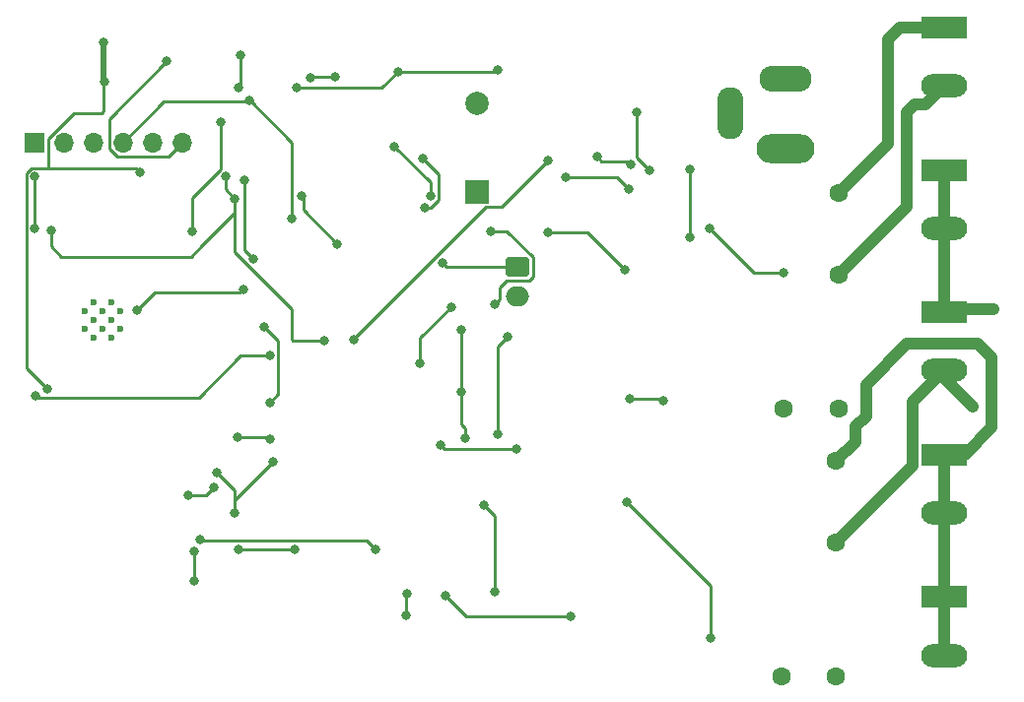
<source format=gbr>
%TF.GenerationSoftware,KiCad,Pcbnew,8.0.3*%
%TF.CreationDate,2024-06-22T21:39:14+05:00*%
%TF.ProjectId,Capibator_PCB,43617069-6261-4746-9f72-5f5043422e6b,1.1*%
%TF.SameCoordinates,Original*%
%TF.FileFunction,Copper,L2,Bot*%
%TF.FilePolarity,Positive*%
%FSLAX46Y46*%
G04 Gerber Fmt 4.6, Leading zero omitted, Abs format (unit mm)*
G04 Created by KiCad (PCBNEW 8.0.3) date 2024-06-22 21:39:14*
%MOMM*%
%LPD*%
G01*
G04 APERTURE LIST*
G04 Aperture macros list*
%AMRoundRect*
0 Rectangle with rounded corners*
0 $1 Rounding radius*
0 $2 $3 $4 $5 $6 $7 $8 $9 X,Y pos of 4 corners*
0 Add a 4 corners polygon primitive as box body*
4,1,4,$2,$3,$4,$5,$6,$7,$8,$9,$2,$3,0*
0 Add four circle primitives for the rounded corners*
1,1,$1+$1,$2,$3*
1,1,$1+$1,$4,$5*
1,1,$1+$1,$6,$7*
1,1,$1+$1,$8,$9*
0 Add four rect primitives between the rounded corners*
20,1,$1+$1,$2,$3,$4,$5,0*
20,1,$1+$1,$4,$5,$6,$7,0*
20,1,$1+$1,$6,$7,$8,$9,0*
20,1,$1+$1,$8,$9,$2,$3,0*%
G04 Aperture macros list end*
%TA.AperFunction,ComponentPad*%
%ADD10O,5.000000X2.500000*%
%TD*%
%TA.AperFunction,ComponentPad*%
%ADD11O,4.500000X2.250000*%
%TD*%
%TA.AperFunction,ComponentPad*%
%ADD12O,2.250000X4.500000*%
%TD*%
%TA.AperFunction,HeatsinkPad*%
%ADD13C,0.600000*%
%TD*%
%TA.AperFunction,ComponentPad*%
%ADD14R,3.960000X1.980000*%
%TD*%
%TA.AperFunction,ComponentPad*%
%ADD15O,3.960000X1.980000*%
%TD*%
%TA.AperFunction,ComponentPad*%
%ADD16R,1.700000X1.700000*%
%TD*%
%TA.AperFunction,ComponentPad*%
%ADD17O,1.700000X1.700000*%
%TD*%
%TA.AperFunction,ComponentPad*%
%ADD18C,1.608000*%
%TD*%
%TA.AperFunction,ComponentPad*%
%ADD19RoundRect,0.250000X-0.750000X0.600000X-0.750000X-0.600000X0.750000X-0.600000X0.750000X0.600000X0*%
%TD*%
%TA.AperFunction,ComponentPad*%
%ADD20O,2.000000X1.700000*%
%TD*%
%TA.AperFunction,ComponentPad*%
%ADD21R,2.000000X2.000000*%
%TD*%
%TA.AperFunction,ComponentPad*%
%ADD22C,2.000000*%
%TD*%
%TA.AperFunction,ViaPad*%
%ADD23C,0.800000*%
%TD*%
%TA.AperFunction,Conductor*%
%ADD24C,0.250000*%
%TD*%
%TA.AperFunction,Conductor*%
%ADD25C,0.500000*%
%TD*%
%TA.AperFunction,Conductor*%
%ADD26C,1.000000*%
%TD*%
G04 APERTURE END LIST*
D10*
%TO.P,J5,1*%
%TO.N,Net-(F1-Pad1)*%
X201900000Y-85600000D03*
D11*
%TO.P,J5,2*%
%TO.N,GND*%
X201900000Y-79600000D03*
D12*
%TO.P,J5,3*%
X197200000Y-82600000D03*
%TD*%
D13*
%TO.P,U2,39,GND*%
%TO.N,GND*%
X142477500Y-101875000D03*
X144002500Y-101875000D03*
X141715000Y-101112500D03*
X143240000Y-101112500D03*
X144765000Y-101112500D03*
X142477500Y-100350000D03*
X144002500Y-100350000D03*
X141715000Y-99587500D03*
X143240000Y-99587500D03*
X144765000Y-99587500D03*
X142477500Y-98825000D03*
X144002500Y-98825000D03*
%TD*%
D14*
%TO.P,J4,1,Pin_1*%
%TO.N,Net-(J4-Pin_1)*%
X215510000Y-87475000D03*
D15*
%TO.P,J4,2,Pin_2*%
X215510000Y-92475000D03*
%TD*%
D16*
%TO.P,J1,1,Pin_1*%
%TO.N,/MCU/GPIO0*%
X137370000Y-85120000D03*
D17*
%TO.P,J1,2,Pin_2*%
%TO.N,/MCU/TX*%
X139910000Y-85120000D03*
%TO.P,J1,3,Pin_3*%
%TO.N,/MCU/RX*%
X142450000Y-85120000D03*
%TO.P,J1,4,Pin_4*%
%TO.N,+3.3V*%
X144990000Y-85120000D03*
%TO.P,J1,5,Pin_5*%
%TO.N,/MCU/RESET*%
X147530000Y-85120000D03*
%TO.P,J1,6,Pin_6*%
%TO.N,GND*%
X150070000Y-85120000D03*
%TD*%
D18*
%TO.P,U9,1,1*%
%TO.N,Net-(Q3-D)*%
X206460000Y-107970000D03*
%TO.P,U9,2,2*%
%TO.N,Net-(J3-Pin_2)*%
X206460000Y-96470000D03*
%TO.P,U9,3,3*%
%TO.N,Net-(J3-Pin_1)*%
X206460000Y-89470000D03*
%TO.P,U9,4,4*%
%TO.N,+12V*%
X201760000Y-107970000D03*
%TD*%
D19*
%TO.P,J14,1*%
%TO.N,GND*%
X178910000Y-95820000D03*
D20*
%TO.P,J14,2*%
%TO.N,MCU_BAT*%
X178910000Y-98320000D03*
%TD*%
D14*
%TO.P,J6,1,Pin_1*%
%TO.N,Net-(J6-Pin_1)*%
X215510000Y-111955000D03*
D15*
%TO.P,J6,2,Pin_2*%
X215510000Y-116955000D03*
%TD*%
D21*
%TO.P,BZ1,1,-*%
%TO.N,+12V*%
X175410000Y-89320000D03*
D22*
%TO.P,BZ1,2,+*%
%TO.N,Net-(BZ1-+)*%
X175410000Y-81720000D03*
%TD*%
D18*
%TO.P,K1,1,1*%
%TO.N,Net-(Q2-D)*%
X206260000Y-130970000D03*
%TO.P,K1,2,2*%
%TO.N,Net-(J4-Pin_1)*%
X206260000Y-119470000D03*
%TO.P,K1,3,3*%
%TO.N,Net-(J6-Pin_1)*%
X206260000Y-112470000D03*
%TO.P,K1,4,4*%
%TO.N,+12V*%
X201560000Y-130970000D03*
%TD*%
D14*
%TO.P,J7,1,Pin_1*%
%TO.N,Net-(J6-Pin_1)*%
X215510000Y-124195000D03*
D15*
%TO.P,J7,2,Pin_2*%
X215510000Y-129195000D03*
%TD*%
D14*
%TO.P,J3,1,Pin_1*%
%TO.N,Net-(J3-Pin_1)*%
X215510000Y-75235000D03*
D15*
%TO.P,J3,2,Pin_2*%
%TO.N,Net-(J3-Pin_2)*%
X215510000Y-80235000D03*
%TD*%
D14*
%TO.P,J5,1,Pin_1*%
%TO.N,Net-(J4-Pin_1)*%
X215510000Y-99715000D03*
D15*
%TO.P,J5,2,Pin_2*%
X215510000Y-104715000D03*
%TD*%
D23*
%TO.N,GND*%
X188510000Y-107120000D03*
X191410000Y-107320000D03*
%TO.N,+3.3V*%
X155810000Y-81520000D03*
%TO.N,+5V*%
X188110000Y-96020000D03*
X181510000Y-92820000D03*
%TO.N,/MCU/SDA*%
X173210000Y-99220000D03*
X170510000Y-104120000D03*
%TO.N,/MCU/GPIO0*%
X154910000Y-80345000D03*
X155110000Y-77620000D03*
%TO.N,GND*%
X148760000Y-78120000D03*
X157110000Y-100920000D03*
X157610000Y-107432500D03*
%TO.N,/MCU/RESET*%
X143310000Y-76520000D03*
X143410000Y-79907500D03*
%TO.N,Net-(BZ1-+)*%
X170910000Y-90720000D03*
X170760000Y-86470000D03*
%TO.N,GND*%
X188410000Y-89120000D03*
X183010000Y-88120000D03*
%TO.N,Net-(J4-Pin_1)*%
X218010000Y-107820000D03*
X219810000Y-99420000D03*
%TO.N,Net-(D8-A)*%
X154910000Y-120120000D03*
X159710000Y-120120000D03*
%TO.N,GND*%
X174385000Y-110495000D03*
%TO.N,/MCU/FAN_CON_PIN*%
X181510000Y-86620000D03*
%TO.N,+3.3V*%
X137510000Y-106920000D03*
X157610000Y-103420000D03*
%TO.N,GND*%
X163410000Y-93820000D03*
X160310000Y-89720000D03*
%TO.N,+3.3V*%
X171410000Y-89720000D03*
X168310000Y-85420000D03*
X176610000Y-92720000D03*
X176910000Y-99020000D03*
%TO.N,GND*%
X172410000Y-95420000D03*
X174010000Y-101220000D03*
X174010000Y-106520000D03*
%TO.N,+5V*%
X193710000Y-93220000D03*
X193710000Y-87420000D03*
%TO.N,+12V*%
X201710000Y-96320000D03*
X195410000Y-92520000D03*
%TO.N,+3.3V*%
X177172347Y-78882347D03*
X168610000Y-79020000D03*
X159935000Y-80420000D03*
%TO.N,/MCU/RESET*%
X146410000Y-87620000D03*
X138510000Y-106320000D03*
%TO.N,/MCU/GPIO0*%
X153410000Y-83320000D03*
X150910000Y-92720000D03*
%TO.N,/MCU/SCL*%
X138810000Y-92620000D03*
X153810000Y-88020000D03*
%TO.N,GND*%
X163210000Y-79420000D03*
X161060000Y-79520000D03*
%TO.N,/MCU/SCL*%
X154610000Y-89920000D03*
X162305000Y-102120000D03*
%TO.N,Buck_In*%
X178810000Y-111420000D03*
X172310000Y-111120000D03*
%TO.N,+12V*%
X188310000Y-116020000D03*
X195510000Y-127720000D03*
X190210000Y-87520000D03*
X189110000Y-82520000D03*
%TO.N,Net-(Q2-D)*%
X183410000Y-125820000D03*
X172710000Y-124095000D03*
%TO.N,Net-(J2-Pin_2)*%
X176010000Y-116320000D03*
X176910000Y-123720000D03*
%TO.N,Net-(Q2-S)*%
X169310000Y-125720000D03*
X169410000Y-123920000D03*
%TO.N,GND*%
X157910000Y-112520000D03*
X154535000Y-116920000D03*
X153085000Y-113520000D03*
%TO.N,/MCU/heater*%
X166710000Y-120120000D03*
X151610000Y-119220000D03*
%TO.N,/MCU/MIST_PIN*%
X157610000Y-110620000D03*
X154810000Y-110420000D03*
%TO.N,/MCU/WATER_PUMP_PIN*%
X152810000Y-114720000D03*
X150560000Y-115420000D03*
%TO.N,Net-(D11-A)*%
X151110000Y-122820000D03*
X151110000Y-120220000D03*
%TO.N,MCU_BAT*%
X178010000Y-101820000D03*
X177210000Y-110220000D03*
%TO.N,GND*%
X155310000Y-97720000D03*
X146210000Y-99520000D03*
%TO.N,/MCU/FAN_CON_PIN*%
X164810000Y-102020000D03*
X188610000Y-87020000D03*
X185710000Y-86320000D03*
%TO.N,/MCU/SDA*%
X155410000Y-88381700D03*
X156210000Y-95120000D03*
%TO.N,+3.3V*%
X159510000Y-91620000D03*
%TO.N,/MCU/GPIO0*%
X137410000Y-92520000D03*
X137410000Y-88020000D03*
%TD*%
D24*
%TO.N,GND*%
X188510000Y-107120000D02*
X191210000Y-107120000D01*
X191210000Y-107120000D02*
X191410000Y-107320000D01*
%TO.N,+3.3V*%
X144990000Y-85120000D02*
X148515000Y-81595000D01*
X148515000Y-81595000D02*
X155735000Y-81595000D01*
X155735000Y-81595000D02*
X155810000Y-81520000D01*
X155810000Y-81520000D02*
X155935305Y-81520000D01*
X155935305Y-81520000D02*
X159510000Y-85094695D01*
X159510000Y-85094695D02*
X159510000Y-91620000D01*
%TO.N,+5V*%
X181510000Y-92820000D02*
X184910000Y-92820000D01*
X184910000Y-92820000D02*
X188110000Y-96020000D01*
%TO.N,/MCU/SDA*%
X170510000Y-104120000D02*
X170510000Y-101920000D01*
X170510000Y-101920000D02*
X173210000Y-99220000D01*
%TO.N,/MCU/SCL*%
X162305000Y-102120000D02*
X159610000Y-102120000D01*
X159610000Y-102120000D02*
X159510000Y-102020000D01*
X159510000Y-102020000D02*
X159510000Y-99445305D01*
X154610000Y-94545305D02*
X154610000Y-89920000D01*
X159510000Y-99445305D02*
X154610000Y-94545305D01*
%TO.N,/MCU/GPIO0*%
X155110000Y-80145000D02*
X154910000Y-80345000D01*
X155110000Y-77620000D02*
X155110000Y-80145000D01*
%TO.N,GND*%
X150070000Y-85120000D02*
X148895000Y-86295000D01*
X143815000Y-85606701D02*
X143815000Y-83065000D01*
X148895000Y-86295000D02*
X144503299Y-86295000D01*
X144503299Y-86295000D02*
X143815000Y-85606701D01*
X143815000Y-83065000D02*
X148760000Y-78120000D01*
X157110000Y-100920000D02*
X158335000Y-102145000D01*
X158335000Y-102145000D02*
X158335000Y-106707500D01*
X158335000Y-106707500D02*
X157610000Y-107432500D01*
%TO.N,+3.3V*%
X157610000Y-103420000D02*
X155110000Y-103420000D01*
X155110000Y-103420000D02*
X151485000Y-107045000D01*
X151485000Y-107045000D02*
X137635000Y-107045000D01*
X137635000Y-107045000D02*
X137510000Y-106920000D01*
%TO.N,/MCU/RESET*%
X143110000Y-82620000D02*
X143310000Y-82420000D01*
X143310000Y-82420000D02*
X143310000Y-80007500D01*
X140748299Y-82620000D02*
X143110000Y-82620000D01*
X138610000Y-84758299D02*
X140748299Y-82620000D01*
X138610000Y-87295000D02*
X138610000Y-84758299D01*
X143310000Y-80007500D02*
X143410000Y-79907500D01*
X138610000Y-87295000D02*
X146085000Y-87295000D01*
X137109695Y-87295000D02*
X138610000Y-87295000D01*
D25*
X143310000Y-79807500D02*
X143410000Y-79907500D01*
X143310000Y-76520000D02*
X143310000Y-79807500D01*
D24*
%TO.N,Net-(BZ1-+)*%
X170910000Y-90720000D02*
X171435305Y-90720000D01*
X171435305Y-90720000D02*
X172135000Y-90020305D01*
X172135000Y-90020305D02*
X172135000Y-87845000D01*
X172135000Y-87845000D02*
X170760000Y-86470000D01*
%TO.N,GND*%
X183010000Y-88120000D02*
X187410000Y-88120000D01*
X187410000Y-88120000D02*
X188410000Y-89120000D01*
D26*
%TO.N,Net-(J4-Pin_1)*%
X215510000Y-92475000D02*
X215510000Y-87475000D01*
X215510000Y-99715000D02*
X215510000Y-92475000D01*
X219810000Y-99420000D02*
X215805000Y-99420000D01*
X215805000Y-99420000D02*
X215510000Y-99715000D01*
X215510000Y-105320000D02*
X218010000Y-107820000D01*
X215510000Y-104715000D02*
X215510000Y-105320000D01*
%TO.N,Net-(J6-Pin_1)*%
X215510000Y-124195000D02*
X215510000Y-129195000D01*
X215510000Y-116955000D02*
X215510000Y-124195000D01*
X215510000Y-111955000D02*
X215510000Y-116955000D01*
D24*
%TO.N,Net-(D8-A)*%
X154910000Y-120120000D02*
X159710000Y-120120000D01*
%TO.N,GND*%
X174010000Y-106520000D02*
X174010000Y-109320000D01*
X174010000Y-109320000D02*
X174385000Y-109695000D01*
X174385000Y-109695000D02*
X174385000Y-110495000D01*
%TO.N,/MCU/FAN_CON_PIN*%
X177485000Y-90645000D02*
X181510000Y-86620000D01*
X176159695Y-90645000D02*
X177485000Y-90645000D01*
X164810000Y-101994695D02*
X176159695Y-90645000D01*
X164810000Y-102020000D02*
X164810000Y-101994695D01*
%TO.N,GND*%
X160510000Y-90920000D02*
X163410000Y-93820000D01*
X160310000Y-89720000D02*
X160510000Y-89920000D01*
X160510000Y-89920000D02*
X160510000Y-90920000D01*
%TO.N,+3.3V*%
X171410000Y-89720000D02*
X171410000Y-88520000D01*
X171410000Y-88520000D02*
X168310000Y-85420000D01*
X177980100Y-92720000D02*
X176610000Y-92720000D01*
X180235000Y-96665100D02*
X180235000Y-94974900D01*
X179905100Y-96995000D02*
X180235000Y-96665100D01*
X177360000Y-98570000D02*
X177360000Y-97549900D01*
X177914900Y-96995000D02*
X179905100Y-96995000D01*
X177360000Y-97549900D02*
X177914900Y-96995000D01*
X176910000Y-99020000D02*
X177360000Y-98570000D01*
X180235000Y-94974900D02*
X177980100Y-92720000D01*
%TO.N,GND*%
X172810000Y-95820000D02*
X172410000Y-95420000D01*
X178910000Y-95820000D02*
X172810000Y-95820000D01*
X174010000Y-106520000D02*
X174010000Y-101220000D01*
%TO.N,+5V*%
X193710000Y-87420000D02*
X193710000Y-93220000D01*
%TO.N,+12V*%
X199210000Y-96320000D02*
X201710000Y-96320000D01*
X195410000Y-92520000D02*
X199210000Y-96320000D01*
%TO.N,+3.3V*%
X177034694Y-79020000D02*
X177172347Y-78882347D01*
X168610000Y-79020000D02*
X177034694Y-79020000D01*
X167210000Y-80420000D02*
X168610000Y-79020000D01*
X159935000Y-80420000D02*
X167210000Y-80420000D01*
%TO.N,/MCU/RESET*%
X138510000Y-106320000D02*
X136685000Y-104495000D01*
X136685000Y-87719695D02*
X137109695Y-87295000D01*
X136685000Y-104495000D02*
X136685000Y-87719695D01*
X146085000Y-87295000D02*
X146410000Y-87620000D01*
%TO.N,/MCU/GPIO0*%
X153410000Y-87394695D02*
X153410000Y-83320000D01*
X150910000Y-89894695D02*
X153410000Y-87394695D01*
X150910000Y-92720000D02*
X150910000Y-89894695D01*
%TO.N,/MCU/SCL*%
X138810000Y-94020000D02*
X138810000Y-92620000D01*
X139710000Y-94920000D02*
X138810000Y-94020000D01*
X154610000Y-91120000D02*
X151810000Y-93920000D01*
X151810000Y-93920000D02*
X150810000Y-94920000D01*
X154610000Y-89920000D02*
X154610000Y-91120000D01*
X150810000Y-94920000D02*
X139710000Y-94920000D01*
X153810000Y-89120000D02*
X154610000Y-89920000D01*
X153810000Y-88020000D02*
X153810000Y-89120000D01*
%TO.N,GND*%
X163210000Y-79420000D02*
X161160000Y-79420000D01*
X161160000Y-79420000D02*
X161060000Y-79520000D01*
%TO.N,Buck_In*%
X172310000Y-111120000D02*
X172610000Y-111420000D01*
X172610000Y-111420000D02*
X178810000Y-111420000D01*
%TO.N,+12V*%
X195510000Y-123220000D02*
X188310000Y-116020000D01*
X195510000Y-127720000D02*
X195510000Y-123220000D01*
D26*
%TO.N,Net-(J6-Pin_1)*%
X206260000Y-112470000D02*
X207910000Y-110820000D01*
X208810000Y-105920000D02*
X212310000Y-102420000D01*
X219610000Y-109620000D02*
X217275000Y-111955000D01*
X207910000Y-110820000D02*
X207910000Y-109520000D01*
X207910000Y-109520000D02*
X208810000Y-108620000D01*
X217275000Y-111955000D02*
X215510000Y-111955000D01*
X208810000Y-108620000D02*
X208810000Y-105920000D01*
X212310000Y-102420000D02*
X218410000Y-102420000D01*
X218410000Y-102420000D02*
X219610000Y-103620000D01*
X219610000Y-103620000D02*
X219610000Y-109620000D01*
%TO.N,Net-(J4-Pin_1)*%
X206260000Y-119470000D02*
X212830000Y-112900000D01*
X212830000Y-112900000D02*
X212830000Y-107395000D01*
X212830000Y-107395000D02*
X215510000Y-104715000D01*
%TO.N,Net-(J3-Pin_2)*%
X212310000Y-90620000D02*
X212310000Y-82520000D01*
X206460000Y-96470000D02*
X212310000Y-90620000D01*
X213925000Y-81820000D02*
X215510000Y-80235000D01*
X212310000Y-82520000D02*
X213010000Y-81820000D01*
X213010000Y-81820000D02*
X213925000Y-81820000D01*
%TO.N,Net-(J3-Pin_1)*%
X210710000Y-85220000D02*
X210710000Y-76220000D01*
X211695000Y-75235000D02*
X215510000Y-75235000D01*
X206460000Y-89470000D02*
X210710000Y-85220000D01*
X210710000Y-76220000D02*
X211695000Y-75235000D01*
D24*
%TO.N,+12V*%
X189110000Y-86420000D02*
X190210000Y-87520000D01*
X189110000Y-82520000D02*
X189110000Y-86420000D01*
%TO.N,Net-(Q2-D)*%
X174435000Y-125820000D02*
X183410000Y-125820000D01*
X172710000Y-124095000D02*
X174435000Y-125820000D01*
%TO.N,Net-(J2-Pin_2)*%
X176910000Y-117220000D02*
X176010000Y-116320000D01*
X176910000Y-123720000D02*
X176910000Y-117220000D01*
%TO.N,Net-(Q2-S)*%
X169310000Y-124020000D02*
X169410000Y-123920000D01*
X169310000Y-125720000D02*
X169310000Y-124020000D01*
%TO.N,GND*%
X157910000Y-112520000D02*
X154535000Y-115895000D01*
X154535000Y-115895000D02*
X154535000Y-116920000D01*
X153085000Y-113520000D02*
X154535000Y-114970000D01*
X154535000Y-114970000D02*
X154535000Y-116920000D01*
%TO.N,/MCU/heater*%
X151710000Y-119320000D02*
X165910000Y-119320000D01*
X165910000Y-119320000D02*
X166710000Y-120120000D01*
X151610000Y-119220000D02*
X151710000Y-119320000D01*
%TO.N,/MCU/MIST_PIN*%
X154810000Y-110420000D02*
X157410000Y-110420000D01*
X157410000Y-110420000D02*
X157610000Y-110620000D01*
%TO.N,/MCU/WATER_PUMP_PIN*%
X152110000Y-115420000D02*
X152810000Y-114720000D01*
X150560000Y-115420000D02*
X152110000Y-115420000D01*
%TO.N,Net-(D11-A)*%
X151110000Y-120220000D02*
X151110000Y-122820000D01*
%TO.N,MCU_BAT*%
X177210000Y-110220000D02*
X177210000Y-102620000D01*
X177210000Y-102620000D02*
X178010000Y-101820000D01*
%TO.N,GND*%
X155310000Y-97720000D02*
X155010000Y-98020000D01*
X147710000Y-98020000D02*
X146210000Y-99520000D01*
X155010000Y-98020000D02*
X147710000Y-98020000D01*
%TO.N,/MCU/FAN_CON_PIN*%
X188310000Y-86720000D02*
X188610000Y-87020000D01*
X186110000Y-86720000D02*
X188310000Y-86720000D01*
X185710000Y-86320000D02*
X186110000Y-86720000D01*
%TO.N,/MCU/SDA*%
X155410000Y-88381700D02*
X155410000Y-94320000D01*
X155410000Y-94320000D02*
X156210000Y-95120000D01*
%TO.N,/MCU/GPIO0*%
X137410000Y-88020000D02*
X137410000Y-92520000D01*
%TD*%
M02*

</source>
